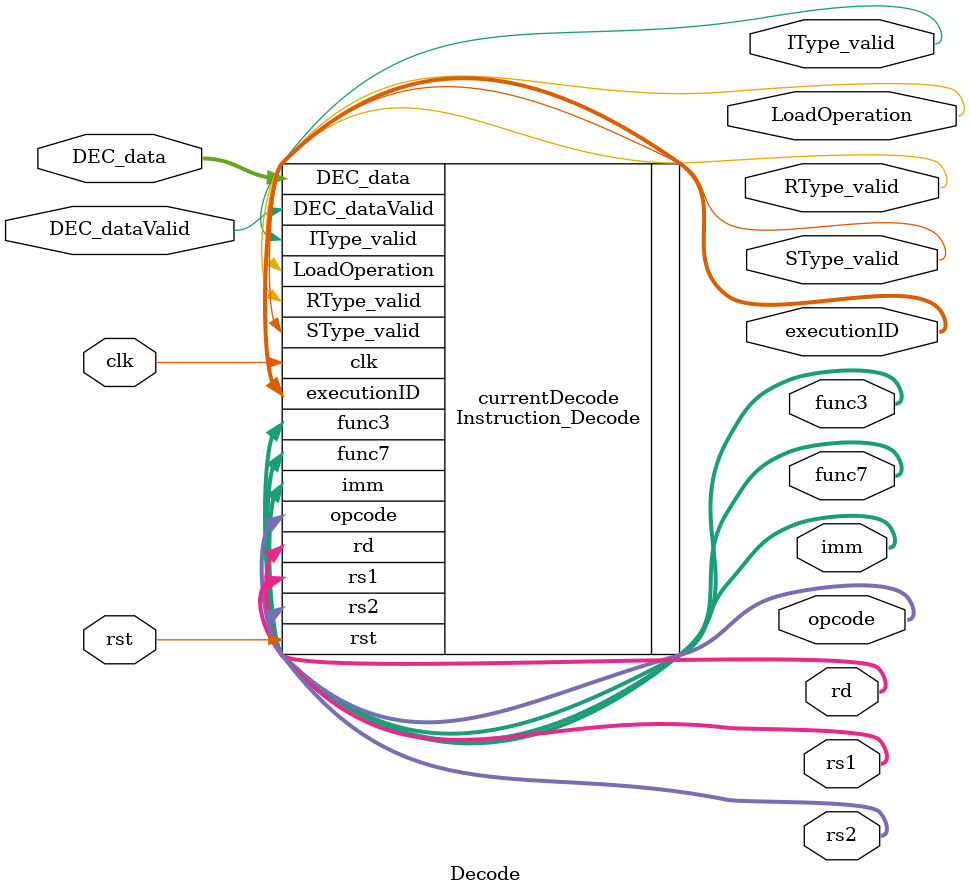
<source format=v>
module Decode #(parameter ADDRESS_WIDTH = 10,
			    parameter DATA_WIDTH = 32,
			    parameter IPC = 1,
			    parameter TAG_WIDTH = 7,
			    
			    parameter OPCODE_WIDTH = 7,
			    parameter RF_WIDTH = 5,
			    
			    parameter RS2_OFFSET = 20,
			    parameter RS1_OFFSET = 15,
			    parameter RD_OFFSET = 7,
			    
			    parameter FUNC3_OFFSET = 12,
			    parameter FUNC3_WIDTH = 3,
			    
			    parameter FUNC7_OFFSET = 25,
			    parameter FUNC7_WIDTH = 7,
			    
			    parameter IMM_OFFSET = 20,
			    parameter IMM_WIDTH = 12,
			    
			    parameter EXEC_WIDTH = 4)//IPC:Instructions returned by the IM for every fetch.
			    
			   (input clk,
		  	    input rst,
		  	    
		  	    input [IPC * DATA_WIDTH - 1 : 0] DEC_data,//Receiving instructions group from instruction fetch
		  	    input DEC_dataValid,
		  	    
		  	    output [IPC * OPCODE_WIDTH - 1 : 0] opcode,
		  	    
		  	 //All the instructions in an Instruction Group will whare the 
		  	 //Instruction Bus. Because an instruction can be only one of the 4 types
		  	 //of instructions at any given time.
		  	 
		  	 //RType Bus
		  	 output [IPC - 1 : 0] RType_valid,
			 output  [IPC * RF_WIDTH - 1 : 0] rs2,
			 output  [IPC * RF_WIDTH - 1 : 0] rs1,
			 output  [IPC * RF_WIDTH - 1 : 0] rd,
			 output  [IPC * FUNC3_WIDTH - 1 : 0]func3,
			 output  [IPC * FUNC7_WIDTH - 1 : 0]func7,
			 
			 //IType Bus
			 output [IPC - 1 : 0] IType_valid,
			 output [IPC - 1 : 0] LoadOperation,//The operation is a load operation if this is 1
			 output  [IPC * DATA_WIDTH - 1 : 0]imm,
			 
			 //SType Bus
			 output [IPC - 1 : 0] SType_valid,
			 
			 //Execution ID
			 output [IPC * EXEC_WIDTH - 1 : 0] executionID   //To  Selects the appropriate Execution Unit
		  	 );
		  	   
		  	   
		  	   
	Instruction_Decode #(.ADDRESS_WIDTH(ADDRESS_WIDTH), .DATA_WIDTH(DATA_WIDTH), .IPC(IPC), .TAG_WIDTH(TAG_WIDTH), .OPCODE_WIDTH(OPCODE_WIDTH), .RF_WIDTH(RF_WIDTH), .RS2_OFFSET(RS2_OFFSET), .RS1_OFFSET(RS1_OFFSET), .RD_OFFSET(RD_OFFSET), .FUNC3_OFFSET(FUNC3_OFFSET), .FUNC3_WIDTH(FUNC3_WIDTH), .FUNC7_OFFSET(FUNC7_OFFSET), .FUNC7_WIDTH(FUNC7_WIDTH), .IMM_OFFSET(IMM_OFFSET), .IMM_WIDTH(IMM_WIDTH)) currentDecode
	(.clk(clk), .rst(rst), .DEC_data(DEC_data), .DEC_dataValid(DEC_dataValid), .RType_valid(RType_valid), .opcode(opcode), .rs2(rs2), .rs1(rs1), .rd(rd), .func3(func3), .func7(func7), .IType_valid(IType_valid), .LoadOperation(LoadOperation), .imm(imm), .SType_valid(SType_valid), .executionID(executionID));
		  	   
endmodule

</source>
